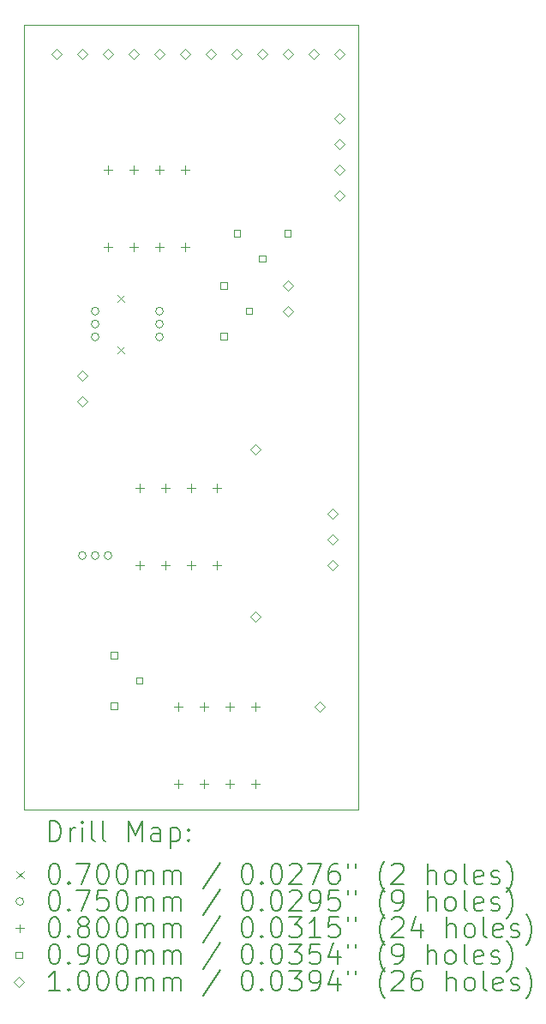
<source format=gbr>
%FSLAX45Y45*%
G04 Gerber Fmt 4.5, Leading zero omitted, Abs format (unit mm)*
G04 Created by KiCad (PCBNEW (6.0.5)) date 2023-02-14 12:10:40*
%MOMM*%
%LPD*%
G01*
G04 APERTURE LIST*
%TA.AperFunction,Profile*%
%ADD10C,0.100000*%
%TD*%
%ADD11C,0.200000*%
%ADD12C,0.070000*%
%ADD13C,0.075000*%
%ADD14C,0.080000*%
%ADD15C,0.090000*%
%ADD16C,0.100000*%
G04 APERTURE END LIST*
D10*
X10033000Y-13208000D02*
X10033000Y-5461000D01*
X10033000Y-5461000D02*
X13335000Y-5461000D01*
X13335000Y-13208000D02*
X10033000Y-13208000D01*
X13335000Y-5461000D02*
X13335000Y-13208000D01*
D11*
D12*
X10953750Y-8127000D02*
X11023750Y-8197000D01*
X11023750Y-8127000D02*
X10953750Y-8197000D01*
X10953750Y-8635000D02*
X11023750Y-8705000D01*
X11023750Y-8635000D02*
X10953750Y-8705000D01*
D13*
X10645250Y-10702000D02*
G75*
G03*
X10645250Y-10702000I-37500J0D01*
G01*
X10772250Y-8289000D02*
G75*
G03*
X10772250Y-8289000I-37500J0D01*
G01*
X10772250Y-8416000D02*
G75*
G03*
X10772250Y-8416000I-37500J0D01*
G01*
X10772250Y-8543000D02*
G75*
G03*
X10772250Y-8543000I-37500J0D01*
G01*
X10772250Y-10702000D02*
G75*
G03*
X10772250Y-10702000I-37500J0D01*
G01*
X10899250Y-10702000D02*
G75*
G03*
X10899250Y-10702000I-37500J0D01*
G01*
X11407250Y-8289000D02*
G75*
G03*
X11407250Y-8289000I-37500J0D01*
G01*
X11407250Y-8416000D02*
G75*
G03*
X11407250Y-8416000I-37500J0D01*
G01*
X11407250Y-8543000D02*
G75*
G03*
X11407250Y-8543000I-37500J0D01*
G01*
D14*
X10860750Y-6853000D02*
X10860750Y-6933000D01*
X10820750Y-6893000D02*
X10900750Y-6893000D01*
X10860750Y-7615000D02*
X10860750Y-7695000D01*
X10820750Y-7655000D02*
X10900750Y-7655000D01*
X11114750Y-6853000D02*
X11114750Y-6933000D01*
X11074750Y-6893000D02*
X11154750Y-6893000D01*
X11114750Y-7615000D02*
X11114750Y-7695000D01*
X11074750Y-7655000D02*
X11154750Y-7655000D01*
X11176000Y-9993000D02*
X11176000Y-10073000D01*
X11136000Y-10033000D02*
X11216000Y-10033000D01*
X11176000Y-10755000D02*
X11176000Y-10835000D01*
X11136000Y-10795000D02*
X11216000Y-10795000D01*
X11368750Y-6853000D02*
X11368750Y-6933000D01*
X11328750Y-6893000D02*
X11408750Y-6893000D01*
X11368750Y-7615000D02*
X11368750Y-7695000D01*
X11328750Y-7655000D02*
X11408750Y-7655000D01*
X11430000Y-9993000D02*
X11430000Y-10073000D01*
X11390000Y-10033000D02*
X11470000Y-10033000D01*
X11430000Y-10755000D02*
X11430000Y-10835000D01*
X11390000Y-10795000D02*
X11470000Y-10795000D01*
X11556000Y-12153000D02*
X11556000Y-12233000D01*
X11516000Y-12193000D02*
X11596000Y-12193000D01*
X11556000Y-12915000D02*
X11556000Y-12995000D01*
X11516000Y-12955000D02*
X11596000Y-12955000D01*
X11622750Y-6853000D02*
X11622750Y-6933000D01*
X11582750Y-6893000D02*
X11662750Y-6893000D01*
X11622750Y-7615000D02*
X11622750Y-7695000D01*
X11582750Y-7655000D02*
X11662750Y-7655000D01*
X11684000Y-9993000D02*
X11684000Y-10073000D01*
X11644000Y-10033000D02*
X11724000Y-10033000D01*
X11684000Y-10755000D02*
X11684000Y-10835000D01*
X11644000Y-10795000D02*
X11724000Y-10795000D01*
X11810000Y-12153000D02*
X11810000Y-12233000D01*
X11770000Y-12193000D02*
X11850000Y-12193000D01*
X11810000Y-12915000D02*
X11810000Y-12995000D01*
X11770000Y-12955000D02*
X11850000Y-12955000D01*
X11938000Y-9993000D02*
X11938000Y-10073000D01*
X11898000Y-10033000D02*
X11978000Y-10033000D01*
X11938000Y-10755000D02*
X11938000Y-10835000D01*
X11898000Y-10795000D02*
X11978000Y-10795000D01*
X12064000Y-12153000D02*
X12064000Y-12233000D01*
X12024000Y-12193000D02*
X12104000Y-12193000D01*
X12064000Y-12915000D02*
X12064000Y-12995000D01*
X12024000Y-12955000D02*
X12104000Y-12955000D01*
X12318000Y-12153000D02*
X12318000Y-12233000D01*
X12278000Y-12193000D02*
X12358000Y-12193000D01*
X12318000Y-12915000D02*
X12318000Y-12995000D01*
X12278000Y-12955000D02*
X12358000Y-12955000D01*
D15*
X10953820Y-11715820D02*
X10953820Y-11652180D01*
X10890180Y-11652180D01*
X10890180Y-11715820D01*
X10953820Y-11715820D01*
X10953820Y-12215820D02*
X10953820Y-12152180D01*
X10890180Y-12152180D01*
X10890180Y-12215820D01*
X10953820Y-12215820D01*
X11203820Y-11965820D02*
X11203820Y-11902180D01*
X11140180Y-11902180D01*
X11140180Y-11965820D01*
X11203820Y-11965820D01*
X12036570Y-8066820D02*
X12036570Y-8003180D01*
X11972930Y-8003180D01*
X11972930Y-8066820D01*
X12036570Y-8066820D01*
X12036570Y-8566820D02*
X12036570Y-8503180D01*
X11972930Y-8503180D01*
X11972930Y-8566820D01*
X12036570Y-8566820D01*
X12167570Y-7553320D02*
X12167570Y-7489680D01*
X12103930Y-7489680D01*
X12103930Y-7553320D01*
X12167570Y-7553320D01*
X12286570Y-8316820D02*
X12286570Y-8253180D01*
X12222930Y-8253180D01*
X12222930Y-8316820D01*
X12286570Y-8316820D01*
X12417570Y-7803320D02*
X12417570Y-7739680D01*
X12353930Y-7739680D01*
X12353930Y-7803320D01*
X12417570Y-7803320D01*
X12667570Y-7553320D02*
X12667570Y-7489680D01*
X12603930Y-7489680D01*
X12603930Y-7553320D01*
X12667570Y-7553320D01*
D16*
X10353750Y-5799000D02*
X10403750Y-5749000D01*
X10353750Y-5699000D01*
X10303750Y-5749000D01*
X10353750Y-5799000D01*
X10607750Y-5799000D02*
X10657750Y-5749000D01*
X10607750Y-5699000D01*
X10557750Y-5749000D01*
X10607750Y-5799000D01*
X10607750Y-8974000D02*
X10657750Y-8924000D01*
X10607750Y-8874000D01*
X10557750Y-8924000D01*
X10607750Y-8974000D01*
X10607750Y-9228000D02*
X10657750Y-9178000D01*
X10607750Y-9128000D01*
X10557750Y-9178000D01*
X10607750Y-9228000D01*
X10861750Y-5799000D02*
X10911750Y-5749000D01*
X10861750Y-5699000D01*
X10811750Y-5749000D01*
X10861750Y-5799000D01*
X11115750Y-5799000D02*
X11165750Y-5749000D01*
X11115750Y-5699000D01*
X11065750Y-5749000D01*
X11115750Y-5799000D01*
X11369750Y-5799000D02*
X11419750Y-5749000D01*
X11369750Y-5699000D01*
X11319750Y-5749000D01*
X11369750Y-5799000D01*
X11623750Y-5799000D02*
X11673750Y-5749000D01*
X11623750Y-5699000D01*
X11573750Y-5749000D01*
X11623750Y-5799000D01*
X11877750Y-5799000D02*
X11927750Y-5749000D01*
X11877750Y-5699000D01*
X11827750Y-5749000D01*
X11877750Y-5799000D01*
X12131750Y-5799000D02*
X12181750Y-5749000D01*
X12131750Y-5699000D01*
X12081750Y-5749000D01*
X12131750Y-5799000D01*
X12319000Y-9702000D02*
X12369000Y-9652000D01*
X12319000Y-9602000D01*
X12269000Y-9652000D01*
X12319000Y-9702000D01*
X12319000Y-11353000D02*
X12369000Y-11303000D01*
X12319000Y-11253000D01*
X12269000Y-11303000D01*
X12319000Y-11353000D01*
X12384750Y-5799000D02*
X12434750Y-5749000D01*
X12384750Y-5699000D01*
X12334750Y-5749000D01*
X12384750Y-5799000D01*
X12638750Y-5799000D02*
X12688750Y-5749000D01*
X12638750Y-5699000D01*
X12588750Y-5749000D01*
X12638750Y-5799000D01*
X12639750Y-8085000D02*
X12689750Y-8035000D01*
X12639750Y-7985000D01*
X12589750Y-8035000D01*
X12639750Y-8085000D01*
X12639750Y-8339000D02*
X12689750Y-8289000D01*
X12639750Y-8239000D01*
X12589750Y-8289000D01*
X12639750Y-8339000D01*
X12892750Y-5799000D02*
X12942750Y-5749000D01*
X12892750Y-5699000D01*
X12842750Y-5749000D01*
X12892750Y-5799000D01*
X12954000Y-12242000D02*
X13004000Y-12192000D01*
X12954000Y-12142000D01*
X12904000Y-12192000D01*
X12954000Y-12242000D01*
X13081000Y-10338000D02*
X13131000Y-10288000D01*
X13081000Y-10238000D01*
X13031000Y-10288000D01*
X13081000Y-10338000D01*
X13081000Y-10592000D02*
X13131000Y-10542000D01*
X13081000Y-10492000D01*
X13031000Y-10542000D01*
X13081000Y-10592000D01*
X13081000Y-10845000D02*
X13131000Y-10795000D01*
X13081000Y-10745000D01*
X13031000Y-10795000D01*
X13081000Y-10845000D01*
X13146750Y-5799000D02*
X13196750Y-5749000D01*
X13146750Y-5699000D01*
X13096750Y-5749000D01*
X13146750Y-5799000D01*
X13147750Y-6434000D02*
X13197750Y-6384000D01*
X13147750Y-6334000D01*
X13097750Y-6384000D01*
X13147750Y-6434000D01*
X13147750Y-6688000D02*
X13197750Y-6638000D01*
X13147750Y-6588000D01*
X13097750Y-6638000D01*
X13147750Y-6688000D01*
X13147750Y-6942000D02*
X13197750Y-6892000D01*
X13147750Y-6842000D01*
X13097750Y-6892000D01*
X13147750Y-6942000D01*
X13147750Y-7196000D02*
X13197750Y-7146000D01*
X13147750Y-7096000D01*
X13097750Y-7146000D01*
X13147750Y-7196000D01*
D11*
X10285619Y-13523476D02*
X10285619Y-13323476D01*
X10333238Y-13323476D01*
X10361810Y-13333000D01*
X10380857Y-13352048D01*
X10390381Y-13371095D01*
X10399905Y-13409190D01*
X10399905Y-13437762D01*
X10390381Y-13475857D01*
X10380857Y-13494905D01*
X10361810Y-13513952D01*
X10333238Y-13523476D01*
X10285619Y-13523476D01*
X10485619Y-13523476D02*
X10485619Y-13390143D01*
X10485619Y-13428238D02*
X10495143Y-13409190D01*
X10504667Y-13399667D01*
X10523714Y-13390143D01*
X10542762Y-13390143D01*
X10609429Y-13523476D02*
X10609429Y-13390143D01*
X10609429Y-13323476D02*
X10599905Y-13333000D01*
X10609429Y-13342524D01*
X10618952Y-13333000D01*
X10609429Y-13323476D01*
X10609429Y-13342524D01*
X10733238Y-13523476D02*
X10714190Y-13513952D01*
X10704667Y-13494905D01*
X10704667Y-13323476D01*
X10838000Y-13523476D02*
X10818952Y-13513952D01*
X10809429Y-13494905D01*
X10809429Y-13323476D01*
X11066571Y-13523476D02*
X11066571Y-13323476D01*
X11133238Y-13466333D01*
X11199905Y-13323476D01*
X11199905Y-13523476D01*
X11380857Y-13523476D02*
X11380857Y-13418714D01*
X11371333Y-13399667D01*
X11352286Y-13390143D01*
X11314190Y-13390143D01*
X11295143Y-13399667D01*
X11380857Y-13513952D02*
X11361809Y-13523476D01*
X11314190Y-13523476D01*
X11295143Y-13513952D01*
X11285619Y-13494905D01*
X11285619Y-13475857D01*
X11295143Y-13456809D01*
X11314190Y-13447286D01*
X11361809Y-13447286D01*
X11380857Y-13437762D01*
X11476095Y-13390143D02*
X11476095Y-13590143D01*
X11476095Y-13399667D02*
X11495143Y-13390143D01*
X11533238Y-13390143D01*
X11552286Y-13399667D01*
X11561809Y-13409190D01*
X11571333Y-13428238D01*
X11571333Y-13485381D01*
X11561809Y-13504428D01*
X11552286Y-13513952D01*
X11533238Y-13523476D01*
X11495143Y-13523476D01*
X11476095Y-13513952D01*
X11657048Y-13504428D02*
X11666571Y-13513952D01*
X11657048Y-13523476D01*
X11647524Y-13513952D01*
X11657048Y-13504428D01*
X11657048Y-13523476D01*
X11657048Y-13399667D02*
X11666571Y-13409190D01*
X11657048Y-13418714D01*
X11647524Y-13409190D01*
X11657048Y-13399667D01*
X11657048Y-13418714D01*
D12*
X9958000Y-13818000D02*
X10028000Y-13888000D01*
X10028000Y-13818000D02*
X9958000Y-13888000D01*
D11*
X10323714Y-13743476D02*
X10342762Y-13743476D01*
X10361810Y-13753000D01*
X10371333Y-13762524D01*
X10380857Y-13781571D01*
X10390381Y-13819667D01*
X10390381Y-13867286D01*
X10380857Y-13905381D01*
X10371333Y-13924428D01*
X10361810Y-13933952D01*
X10342762Y-13943476D01*
X10323714Y-13943476D01*
X10304667Y-13933952D01*
X10295143Y-13924428D01*
X10285619Y-13905381D01*
X10276095Y-13867286D01*
X10276095Y-13819667D01*
X10285619Y-13781571D01*
X10295143Y-13762524D01*
X10304667Y-13753000D01*
X10323714Y-13743476D01*
X10476095Y-13924428D02*
X10485619Y-13933952D01*
X10476095Y-13943476D01*
X10466571Y-13933952D01*
X10476095Y-13924428D01*
X10476095Y-13943476D01*
X10552286Y-13743476D02*
X10685619Y-13743476D01*
X10599905Y-13943476D01*
X10799905Y-13743476D02*
X10818952Y-13743476D01*
X10838000Y-13753000D01*
X10847524Y-13762524D01*
X10857048Y-13781571D01*
X10866571Y-13819667D01*
X10866571Y-13867286D01*
X10857048Y-13905381D01*
X10847524Y-13924428D01*
X10838000Y-13933952D01*
X10818952Y-13943476D01*
X10799905Y-13943476D01*
X10780857Y-13933952D01*
X10771333Y-13924428D01*
X10761810Y-13905381D01*
X10752286Y-13867286D01*
X10752286Y-13819667D01*
X10761810Y-13781571D01*
X10771333Y-13762524D01*
X10780857Y-13753000D01*
X10799905Y-13743476D01*
X10990381Y-13743476D02*
X11009429Y-13743476D01*
X11028476Y-13753000D01*
X11038000Y-13762524D01*
X11047524Y-13781571D01*
X11057048Y-13819667D01*
X11057048Y-13867286D01*
X11047524Y-13905381D01*
X11038000Y-13924428D01*
X11028476Y-13933952D01*
X11009429Y-13943476D01*
X10990381Y-13943476D01*
X10971333Y-13933952D01*
X10961810Y-13924428D01*
X10952286Y-13905381D01*
X10942762Y-13867286D01*
X10942762Y-13819667D01*
X10952286Y-13781571D01*
X10961810Y-13762524D01*
X10971333Y-13753000D01*
X10990381Y-13743476D01*
X11142762Y-13943476D02*
X11142762Y-13810143D01*
X11142762Y-13829190D02*
X11152286Y-13819667D01*
X11171333Y-13810143D01*
X11199905Y-13810143D01*
X11218952Y-13819667D01*
X11228476Y-13838714D01*
X11228476Y-13943476D01*
X11228476Y-13838714D02*
X11238000Y-13819667D01*
X11257048Y-13810143D01*
X11285619Y-13810143D01*
X11304667Y-13819667D01*
X11314190Y-13838714D01*
X11314190Y-13943476D01*
X11409428Y-13943476D02*
X11409428Y-13810143D01*
X11409428Y-13829190D02*
X11418952Y-13819667D01*
X11438000Y-13810143D01*
X11466571Y-13810143D01*
X11485619Y-13819667D01*
X11495143Y-13838714D01*
X11495143Y-13943476D01*
X11495143Y-13838714D02*
X11504667Y-13819667D01*
X11523714Y-13810143D01*
X11552286Y-13810143D01*
X11571333Y-13819667D01*
X11580857Y-13838714D01*
X11580857Y-13943476D01*
X11971333Y-13733952D02*
X11799905Y-13991095D01*
X12228476Y-13743476D02*
X12247524Y-13743476D01*
X12266571Y-13753000D01*
X12276095Y-13762524D01*
X12285619Y-13781571D01*
X12295143Y-13819667D01*
X12295143Y-13867286D01*
X12285619Y-13905381D01*
X12276095Y-13924428D01*
X12266571Y-13933952D01*
X12247524Y-13943476D01*
X12228476Y-13943476D01*
X12209428Y-13933952D01*
X12199905Y-13924428D01*
X12190381Y-13905381D01*
X12180857Y-13867286D01*
X12180857Y-13819667D01*
X12190381Y-13781571D01*
X12199905Y-13762524D01*
X12209428Y-13753000D01*
X12228476Y-13743476D01*
X12380857Y-13924428D02*
X12390381Y-13933952D01*
X12380857Y-13943476D01*
X12371333Y-13933952D01*
X12380857Y-13924428D01*
X12380857Y-13943476D01*
X12514190Y-13743476D02*
X12533238Y-13743476D01*
X12552286Y-13753000D01*
X12561809Y-13762524D01*
X12571333Y-13781571D01*
X12580857Y-13819667D01*
X12580857Y-13867286D01*
X12571333Y-13905381D01*
X12561809Y-13924428D01*
X12552286Y-13933952D01*
X12533238Y-13943476D01*
X12514190Y-13943476D01*
X12495143Y-13933952D01*
X12485619Y-13924428D01*
X12476095Y-13905381D01*
X12466571Y-13867286D01*
X12466571Y-13819667D01*
X12476095Y-13781571D01*
X12485619Y-13762524D01*
X12495143Y-13753000D01*
X12514190Y-13743476D01*
X12657048Y-13762524D02*
X12666571Y-13753000D01*
X12685619Y-13743476D01*
X12733238Y-13743476D01*
X12752286Y-13753000D01*
X12761809Y-13762524D01*
X12771333Y-13781571D01*
X12771333Y-13800619D01*
X12761809Y-13829190D01*
X12647524Y-13943476D01*
X12771333Y-13943476D01*
X12838000Y-13743476D02*
X12971333Y-13743476D01*
X12885619Y-13943476D01*
X13133238Y-13743476D02*
X13095143Y-13743476D01*
X13076095Y-13753000D01*
X13066571Y-13762524D01*
X13047524Y-13791095D01*
X13038000Y-13829190D01*
X13038000Y-13905381D01*
X13047524Y-13924428D01*
X13057048Y-13933952D01*
X13076095Y-13943476D01*
X13114190Y-13943476D01*
X13133238Y-13933952D01*
X13142762Y-13924428D01*
X13152286Y-13905381D01*
X13152286Y-13857762D01*
X13142762Y-13838714D01*
X13133238Y-13829190D01*
X13114190Y-13819667D01*
X13076095Y-13819667D01*
X13057048Y-13829190D01*
X13047524Y-13838714D01*
X13038000Y-13857762D01*
X13228476Y-13743476D02*
X13228476Y-13781571D01*
X13304667Y-13743476D02*
X13304667Y-13781571D01*
X13599905Y-14019667D02*
X13590381Y-14010143D01*
X13571333Y-13981571D01*
X13561809Y-13962524D01*
X13552286Y-13933952D01*
X13542762Y-13886333D01*
X13542762Y-13848238D01*
X13552286Y-13800619D01*
X13561809Y-13772048D01*
X13571333Y-13753000D01*
X13590381Y-13724428D01*
X13599905Y-13714905D01*
X13666571Y-13762524D02*
X13676095Y-13753000D01*
X13695143Y-13743476D01*
X13742762Y-13743476D01*
X13761809Y-13753000D01*
X13771333Y-13762524D01*
X13780857Y-13781571D01*
X13780857Y-13800619D01*
X13771333Y-13829190D01*
X13657048Y-13943476D01*
X13780857Y-13943476D01*
X14018952Y-13943476D02*
X14018952Y-13743476D01*
X14104667Y-13943476D02*
X14104667Y-13838714D01*
X14095143Y-13819667D01*
X14076095Y-13810143D01*
X14047524Y-13810143D01*
X14028476Y-13819667D01*
X14018952Y-13829190D01*
X14228476Y-13943476D02*
X14209428Y-13933952D01*
X14199905Y-13924428D01*
X14190381Y-13905381D01*
X14190381Y-13848238D01*
X14199905Y-13829190D01*
X14209428Y-13819667D01*
X14228476Y-13810143D01*
X14257048Y-13810143D01*
X14276095Y-13819667D01*
X14285619Y-13829190D01*
X14295143Y-13848238D01*
X14295143Y-13905381D01*
X14285619Y-13924428D01*
X14276095Y-13933952D01*
X14257048Y-13943476D01*
X14228476Y-13943476D01*
X14409428Y-13943476D02*
X14390381Y-13933952D01*
X14380857Y-13914905D01*
X14380857Y-13743476D01*
X14561809Y-13933952D02*
X14542762Y-13943476D01*
X14504667Y-13943476D01*
X14485619Y-13933952D01*
X14476095Y-13914905D01*
X14476095Y-13838714D01*
X14485619Y-13819667D01*
X14504667Y-13810143D01*
X14542762Y-13810143D01*
X14561809Y-13819667D01*
X14571333Y-13838714D01*
X14571333Y-13857762D01*
X14476095Y-13876809D01*
X14647524Y-13933952D02*
X14666571Y-13943476D01*
X14704667Y-13943476D01*
X14723714Y-13933952D01*
X14733238Y-13914905D01*
X14733238Y-13905381D01*
X14723714Y-13886333D01*
X14704667Y-13876809D01*
X14676095Y-13876809D01*
X14657048Y-13867286D01*
X14647524Y-13848238D01*
X14647524Y-13838714D01*
X14657048Y-13819667D01*
X14676095Y-13810143D01*
X14704667Y-13810143D01*
X14723714Y-13819667D01*
X14799905Y-14019667D02*
X14809428Y-14010143D01*
X14828476Y-13981571D01*
X14838000Y-13962524D01*
X14847524Y-13933952D01*
X14857048Y-13886333D01*
X14857048Y-13848238D01*
X14847524Y-13800619D01*
X14838000Y-13772048D01*
X14828476Y-13753000D01*
X14809428Y-13724428D01*
X14799905Y-13714905D01*
D13*
X10028000Y-14117000D02*
G75*
G03*
X10028000Y-14117000I-37500J0D01*
G01*
D11*
X10323714Y-14007476D02*
X10342762Y-14007476D01*
X10361810Y-14017000D01*
X10371333Y-14026524D01*
X10380857Y-14045571D01*
X10390381Y-14083667D01*
X10390381Y-14131286D01*
X10380857Y-14169381D01*
X10371333Y-14188428D01*
X10361810Y-14197952D01*
X10342762Y-14207476D01*
X10323714Y-14207476D01*
X10304667Y-14197952D01*
X10295143Y-14188428D01*
X10285619Y-14169381D01*
X10276095Y-14131286D01*
X10276095Y-14083667D01*
X10285619Y-14045571D01*
X10295143Y-14026524D01*
X10304667Y-14017000D01*
X10323714Y-14007476D01*
X10476095Y-14188428D02*
X10485619Y-14197952D01*
X10476095Y-14207476D01*
X10466571Y-14197952D01*
X10476095Y-14188428D01*
X10476095Y-14207476D01*
X10552286Y-14007476D02*
X10685619Y-14007476D01*
X10599905Y-14207476D01*
X10857048Y-14007476D02*
X10761810Y-14007476D01*
X10752286Y-14102714D01*
X10761810Y-14093190D01*
X10780857Y-14083667D01*
X10828476Y-14083667D01*
X10847524Y-14093190D01*
X10857048Y-14102714D01*
X10866571Y-14121762D01*
X10866571Y-14169381D01*
X10857048Y-14188428D01*
X10847524Y-14197952D01*
X10828476Y-14207476D01*
X10780857Y-14207476D01*
X10761810Y-14197952D01*
X10752286Y-14188428D01*
X10990381Y-14007476D02*
X11009429Y-14007476D01*
X11028476Y-14017000D01*
X11038000Y-14026524D01*
X11047524Y-14045571D01*
X11057048Y-14083667D01*
X11057048Y-14131286D01*
X11047524Y-14169381D01*
X11038000Y-14188428D01*
X11028476Y-14197952D01*
X11009429Y-14207476D01*
X10990381Y-14207476D01*
X10971333Y-14197952D01*
X10961810Y-14188428D01*
X10952286Y-14169381D01*
X10942762Y-14131286D01*
X10942762Y-14083667D01*
X10952286Y-14045571D01*
X10961810Y-14026524D01*
X10971333Y-14017000D01*
X10990381Y-14007476D01*
X11142762Y-14207476D02*
X11142762Y-14074143D01*
X11142762Y-14093190D02*
X11152286Y-14083667D01*
X11171333Y-14074143D01*
X11199905Y-14074143D01*
X11218952Y-14083667D01*
X11228476Y-14102714D01*
X11228476Y-14207476D01*
X11228476Y-14102714D02*
X11238000Y-14083667D01*
X11257048Y-14074143D01*
X11285619Y-14074143D01*
X11304667Y-14083667D01*
X11314190Y-14102714D01*
X11314190Y-14207476D01*
X11409428Y-14207476D02*
X11409428Y-14074143D01*
X11409428Y-14093190D02*
X11418952Y-14083667D01*
X11438000Y-14074143D01*
X11466571Y-14074143D01*
X11485619Y-14083667D01*
X11495143Y-14102714D01*
X11495143Y-14207476D01*
X11495143Y-14102714D02*
X11504667Y-14083667D01*
X11523714Y-14074143D01*
X11552286Y-14074143D01*
X11571333Y-14083667D01*
X11580857Y-14102714D01*
X11580857Y-14207476D01*
X11971333Y-13997952D02*
X11799905Y-14255095D01*
X12228476Y-14007476D02*
X12247524Y-14007476D01*
X12266571Y-14017000D01*
X12276095Y-14026524D01*
X12285619Y-14045571D01*
X12295143Y-14083667D01*
X12295143Y-14131286D01*
X12285619Y-14169381D01*
X12276095Y-14188428D01*
X12266571Y-14197952D01*
X12247524Y-14207476D01*
X12228476Y-14207476D01*
X12209428Y-14197952D01*
X12199905Y-14188428D01*
X12190381Y-14169381D01*
X12180857Y-14131286D01*
X12180857Y-14083667D01*
X12190381Y-14045571D01*
X12199905Y-14026524D01*
X12209428Y-14017000D01*
X12228476Y-14007476D01*
X12380857Y-14188428D02*
X12390381Y-14197952D01*
X12380857Y-14207476D01*
X12371333Y-14197952D01*
X12380857Y-14188428D01*
X12380857Y-14207476D01*
X12514190Y-14007476D02*
X12533238Y-14007476D01*
X12552286Y-14017000D01*
X12561809Y-14026524D01*
X12571333Y-14045571D01*
X12580857Y-14083667D01*
X12580857Y-14131286D01*
X12571333Y-14169381D01*
X12561809Y-14188428D01*
X12552286Y-14197952D01*
X12533238Y-14207476D01*
X12514190Y-14207476D01*
X12495143Y-14197952D01*
X12485619Y-14188428D01*
X12476095Y-14169381D01*
X12466571Y-14131286D01*
X12466571Y-14083667D01*
X12476095Y-14045571D01*
X12485619Y-14026524D01*
X12495143Y-14017000D01*
X12514190Y-14007476D01*
X12657048Y-14026524D02*
X12666571Y-14017000D01*
X12685619Y-14007476D01*
X12733238Y-14007476D01*
X12752286Y-14017000D01*
X12761809Y-14026524D01*
X12771333Y-14045571D01*
X12771333Y-14064619D01*
X12761809Y-14093190D01*
X12647524Y-14207476D01*
X12771333Y-14207476D01*
X12866571Y-14207476D02*
X12904667Y-14207476D01*
X12923714Y-14197952D01*
X12933238Y-14188428D01*
X12952286Y-14159857D01*
X12961809Y-14121762D01*
X12961809Y-14045571D01*
X12952286Y-14026524D01*
X12942762Y-14017000D01*
X12923714Y-14007476D01*
X12885619Y-14007476D01*
X12866571Y-14017000D01*
X12857048Y-14026524D01*
X12847524Y-14045571D01*
X12847524Y-14093190D01*
X12857048Y-14112238D01*
X12866571Y-14121762D01*
X12885619Y-14131286D01*
X12923714Y-14131286D01*
X12942762Y-14121762D01*
X12952286Y-14112238D01*
X12961809Y-14093190D01*
X13142762Y-14007476D02*
X13047524Y-14007476D01*
X13038000Y-14102714D01*
X13047524Y-14093190D01*
X13066571Y-14083667D01*
X13114190Y-14083667D01*
X13133238Y-14093190D01*
X13142762Y-14102714D01*
X13152286Y-14121762D01*
X13152286Y-14169381D01*
X13142762Y-14188428D01*
X13133238Y-14197952D01*
X13114190Y-14207476D01*
X13066571Y-14207476D01*
X13047524Y-14197952D01*
X13038000Y-14188428D01*
X13228476Y-14007476D02*
X13228476Y-14045571D01*
X13304667Y-14007476D02*
X13304667Y-14045571D01*
X13599905Y-14283667D02*
X13590381Y-14274143D01*
X13571333Y-14245571D01*
X13561809Y-14226524D01*
X13552286Y-14197952D01*
X13542762Y-14150333D01*
X13542762Y-14112238D01*
X13552286Y-14064619D01*
X13561809Y-14036048D01*
X13571333Y-14017000D01*
X13590381Y-13988428D01*
X13599905Y-13978905D01*
X13685619Y-14207476D02*
X13723714Y-14207476D01*
X13742762Y-14197952D01*
X13752286Y-14188428D01*
X13771333Y-14159857D01*
X13780857Y-14121762D01*
X13780857Y-14045571D01*
X13771333Y-14026524D01*
X13761809Y-14017000D01*
X13742762Y-14007476D01*
X13704667Y-14007476D01*
X13685619Y-14017000D01*
X13676095Y-14026524D01*
X13666571Y-14045571D01*
X13666571Y-14093190D01*
X13676095Y-14112238D01*
X13685619Y-14121762D01*
X13704667Y-14131286D01*
X13742762Y-14131286D01*
X13761809Y-14121762D01*
X13771333Y-14112238D01*
X13780857Y-14093190D01*
X14018952Y-14207476D02*
X14018952Y-14007476D01*
X14104667Y-14207476D02*
X14104667Y-14102714D01*
X14095143Y-14083667D01*
X14076095Y-14074143D01*
X14047524Y-14074143D01*
X14028476Y-14083667D01*
X14018952Y-14093190D01*
X14228476Y-14207476D02*
X14209428Y-14197952D01*
X14199905Y-14188428D01*
X14190381Y-14169381D01*
X14190381Y-14112238D01*
X14199905Y-14093190D01*
X14209428Y-14083667D01*
X14228476Y-14074143D01*
X14257048Y-14074143D01*
X14276095Y-14083667D01*
X14285619Y-14093190D01*
X14295143Y-14112238D01*
X14295143Y-14169381D01*
X14285619Y-14188428D01*
X14276095Y-14197952D01*
X14257048Y-14207476D01*
X14228476Y-14207476D01*
X14409428Y-14207476D02*
X14390381Y-14197952D01*
X14380857Y-14178905D01*
X14380857Y-14007476D01*
X14561809Y-14197952D02*
X14542762Y-14207476D01*
X14504667Y-14207476D01*
X14485619Y-14197952D01*
X14476095Y-14178905D01*
X14476095Y-14102714D01*
X14485619Y-14083667D01*
X14504667Y-14074143D01*
X14542762Y-14074143D01*
X14561809Y-14083667D01*
X14571333Y-14102714D01*
X14571333Y-14121762D01*
X14476095Y-14140809D01*
X14647524Y-14197952D02*
X14666571Y-14207476D01*
X14704667Y-14207476D01*
X14723714Y-14197952D01*
X14733238Y-14178905D01*
X14733238Y-14169381D01*
X14723714Y-14150333D01*
X14704667Y-14140809D01*
X14676095Y-14140809D01*
X14657048Y-14131286D01*
X14647524Y-14112238D01*
X14647524Y-14102714D01*
X14657048Y-14083667D01*
X14676095Y-14074143D01*
X14704667Y-14074143D01*
X14723714Y-14083667D01*
X14799905Y-14283667D02*
X14809428Y-14274143D01*
X14828476Y-14245571D01*
X14838000Y-14226524D01*
X14847524Y-14197952D01*
X14857048Y-14150333D01*
X14857048Y-14112238D01*
X14847524Y-14064619D01*
X14838000Y-14036048D01*
X14828476Y-14017000D01*
X14809428Y-13988428D01*
X14799905Y-13978905D01*
D14*
X9988000Y-14341000D02*
X9988000Y-14421000D01*
X9948000Y-14381000D02*
X10028000Y-14381000D01*
D11*
X10323714Y-14271476D02*
X10342762Y-14271476D01*
X10361810Y-14281000D01*
X10371333Y-14290524D01*
X10380857Y-14309571D01*
X10390381Y-14347667D01*
X10390381Y-14395286D01*
X10380857Y-14433381D01*
X10371333Y-14452428D01*
X10361810Y-14461952D01*
X10342762Y-14471476D01*
X10323714Y-14471476D01*
X10304667Y-14461952D01*
X10295143Y-14452428D01*
X10285619Y-14433381D01*
X10276095Y-14395286D01*
X10276095Y-14347667D01*
X10285619Y-14309571D01*
X10295143Y-14290524D01*
X10304667Y-14281000D01*
X10323714Y-14271476D01*
X10476095Y-14452428D02*
X10485619Y-14461952D01*
X10476095Y-14471476D01*
X10466571Y-14461952D01*
X10476095Y-14452428D01*
X10476095Y-14471476D01*
X10599905Y-14357190D02*
X10580857Y-14347667D01*
X10571333Y-14338143D01*
X10561810Y-14319095D01*
X10561810Y-14309571D01*
X10571333Y-14290524D01*
X10580857Y-14281000D01*
X10599905Y-14271476D01*
X10638000Y-14271476D01*
X10657048Y-14281000D01*
X10666571Y-14290524D01*
X10676095Y-14309571D01*
X10676095Y-14319095D01*
X10666571Y-14338143D01*
X10657048Y-14347667D01*
X10638000Y-14357190D01*
X10599905Y-14357190D01*
X10580857Y-14366714D01*
X10571333Y-14376238D01*
X10561810Y-14395286D01*
X10561810Y-14433381D01*
X10571333Y-14452428D01*
X10580857Y-14461952D01*
X10599905Y-14471476D01*
X10638000Y-14471476D01*
X10657048Y-14461952D01*
X10666571Y-14452428D01*
X10676095Y-14433381D01*
X10676095Y-14395286D01*
X10666571Y-14376238D01*
X10657048Y-14366714D01*
X10638000Y-14357190D01*
X10799905Y-14271476D02*
X10818952Y-14271476D01*
X10838000Y-14281000D01*
X10847524Y-14290524D01*
X10857048Y-14309571D01*
X10866571Y-14347667D01*
X10866571Y-14395286D01*
X10857048Y-14433381D01*
X10847524Y-14452428D01*
X10838000Y-14461952D01*
X10818952Y-14471476D01*
X10799905Y-14471476D01*
X10780857Y-14461952D01*
X10771333Y-14452428D01*
X10761810Y-14433381D01*
X10752286Y-14395286D01*
X10752286Y-14347667D01*
X10761810Y-14309571D01*
X10771333Y-14290524D01*
X10780857Y-14281000D01*
X10799905Y-14271476D01*
X10990381Y-14271476D02*
X11009429Y-14271476D01*
X11028476Y-14281000D01*
X11038000Y-14290524D01*
X11047524Y-14309571D01*
X11057048Y-14347667D01*
X11057048Y-14395286D01*
X11047524Y-14433381D01*
X11038000Y-14452428D01*
X11028476Y-14461952D01*
X11009429Y-14471476D01*
X10990381Y-14471476D01*
X10971333Y-14461952D01*
X10961810Y-14452428D01*
X10952286Y-14433381D01*
X10942762Y-14395286D01*
X10942762Y-14347667D01*
X10952286Y-14309571D01*
X10961810Y-14290524D01*
X10971333Y-14281000D01*
X10990381Y-14271476D01*
X11142762Y-14471476D02*
X11142762Y-14338143D01*
X11142762Y-14357190D02*
X11152286Y-14347667D01*
X11171333Y-14338143D01*
X11199905Y-14338143D01*
X11218952Y-14347667D01*
X11228476Y-14366714D01*
X11228476Y-14471476D01*
X11228476Y-14366714D02*
X11238000Y-14347667D01*
X11257048Y-14338143D01*
X11285619Y-14338143D01*
X11304667Y-14347667D01*
X11314190Y-14366714D01*
X11314190Y-14471476D01*
X11409428Y-14471476D02*
X11409428Y-14338143D01*
X11409428Y-14357190D02*
X11418952Y-14347667D01*
X11438000Y-14338143D01*
X11466571Y-14338143D01*
X11485619Y-14347667D01*
X11495143Y-14366714D01*
X11495143Y-14471476D01*
X11495143Y-14366714D02*
X11504667Y-14347667D01*
X11523714Y-14338143D01*
X11552286Y-14338143D01*
X11571333Y-14347667D01*
X11580857Y-14366714D01*
X11580857Y-14471476D01*
X11971333Y-14261952D02*
X11799905Y-14519095D01*
X12228476Y-14271476D02*
X12247524Y-14271476D01*
X12266571Y-14281000D01*
X12276095Y-14290524D01*
X12285619Y-14309571D01*
X12295143Y-14347667D01*
X12295143Y-14395286D01*
X12285619Y-14433381D01*
X12276095Y-14452428D01*
X12266571Y-14461952D01*
X12247524Y-14471476D01*
X12228476Y-14471476D01*
X12209428Y-14461952D01*
X12199905Y-14452428D01*
X12190381Y-14433381D01*
X12180857Y-14395286D01*
X12180857Y-14347667D01*
X12190381Y-14309571D01*
X12199905Y-14290524D01*
X12209428Y-14281000D01*
X12228476Y-14271476D01*
X12380857Y-14452428D02*
X12390381Y-14461952D01*
X12380857Y-14471476D01*
X12371333Y-14461952D01*
X12380857Y-14452428D01*
X12380857Y-14471476D01*
X12514190Y-14271476D02*
X12533238Y-14271476D01*
X12552286Y-14281000D01*
X12561809Y-14290524D01*
X12571333Y-14309571D01*
X12580857Y-14347667D01*
X12580857Y-14395286D01*
X12571333Y-14433381D01*
X12561809Y-14452428D01*
X12552286Y-14461952D01*
X12533238Y-14471476D01*
X12514190Y-14471476D01*
X12495143Y-14461952D01*
X12485619Y-14452428D01*
X12476095Y-14433381D01*
X12466571Y-14395286D01*
X12466571Y-14347667D01*
X12476095Y-14309571D01*
X12485619Y-14290524D01*
X12495143Y-14281000D01*
X12514190Y-14271476D01*
X12647524Y-14271476D02*
X12771333Y-14271476D01*
X12704667Y-14347667D01*
X12733238Y-14347667D01*
X12752286Y-14357190D01*
X12761809Y-14366714D01*
X12771333Y-14385762D01*
X12771333Y-14433381D01*
X12761809Y-14452428D01*
X12752286Y-14461952D01*
X12733238Y-14471476D01*
X12676095Y-14471476D01*
X12657048Y-14461952D01*
X12647524Y-14452428D01*
X12961809Y-14471476D02*
X12847524Y-14471476D01*
X12904667Y-14471476D02*
X12904667Y-14271476D01*
X12885619Y-14300048D01*
X12866571Y-14319095D01*
X12847524Y-14328619D01*
X13142762Y-14271476D02*
X13047524Y-14271476D01*
X13038000Y-14366714D01*
X13047524Y-14357190D01*
X13066571Y-14347667D01*
X13114190Y-14347667D01*
X13133238Y-14357190D01*
X13142762Y-14366714D01*
X13152286Y-14385762D01*
X13152286Y-14433381D01*
X13142762Y-14452428D01*
X13133238Y-14461952D01*
X13114190Y-14471476D01*
X13066571Y-14471476D01*
X13047524Y-14461952D01*
X13038000Y-14452428D01*
X13228476Y-14271476D02*
X13228476Y-14309571D01*
X13304667Y-14271476D02*
X13304667Y-14309571D01*
X13599905Y-14547667D02*
X13590381Y-14538143D01*
X13571333Y-14509571D01*
X13561809Y-14490524D01*
X13552286Y-14461952D01*
X13542762Y-14414333D01*
X13542762Y-14376238D01*
X13552286Y-14328619D01*
X13561809Y-14300048D01*
X13571333Y-14281000D01*
X13590381Y-14252428D01*
X13599905Y-14242905D01*
X13666571Y-14290524D02*
X13676095Y-14281000D01*
X13695143Y-14271476D01*
X13742762Y-14271476D01*
X13761809Y-14281000D01*
X13771333Y-14290524D01*
X13780857Y-14309571D01*
X13780857Y-14328619D01*
X13771333Y-14357190D01*
X13657048Y-14471476D01*
X13780857Y-14471476D01*
X13952286Y-14338143D02*
X13952286Y-14471476D01*
X13904667Y-14261952D02*
X13857048Y-14404809D01*
X13980857Y-14404809D01*
X14209428Y-14471476D02*
X14209428Y-14271476D01*
X14295143Y-14471476D02*
X14295143Y-14366714D01*
X14285619Y-14347667D01*
X14266571Y-14338143D01*
X14238000Y-14338143D01*
X14218952Y-14347667D01*
X14209428Y-14357190D01*
X14418952Y-14471476D02*
X14399905Y-14461952D01*
X14390381Y-14452428D01*
X14380857Y-14433381D01*
X14380857Y-14376238D01*
X14390381Y-14357190D01*
X14399905Y-14347667D01*
X14418952Y-14338143D01*
X14447524Y-14338143D01*
X14466571Y-14347667D01*
X14476095Y-14357190D01*
X14485619Y-14376238D01*
X14485619Y-14433381D01*
X14476095Y-14452428D01*
X14466571Y-14461952D01*
X14447524Y-14471476D01*
X14418952Y-14471476D01*
X14599905Y-14471476D02*
X14580857Y-14461952D01*
X14571333Y-14442905D01*
X14571333Y-14271476D01*
X14752286Y-14461952D02*
X14733238Y-14471476D01*
X14695143Y-14471476D01*
X14676095Y-14461952D01*
X14666571Y-14442905D01*
X14666571Y-14366714D01*
X14676095Y-14347667D01*
X14695143Y-14338143D01*
X14733238Y-14338143D01*
X14752286Y-14347667D01*
X14761809Y-14366714D01*
X14761809Y-14385762D01*
X14666571Y-14404809D01*
X14838000Y-14461952D02*
X14857048Y-14471476D01*
X14895143Y-14471476D01*
X14914190Y-14461952D01*
X14923714Y-14442905D01*
X14923714Y-14433381D01*
X14914190Y-14414333D01*
X14895143Y-14404809D01*
X14866571Y-14404809D01*
X14847524Y-14395286D01*
X14838000Y-14376238D01*
X14838000Y-14366714D01*
X14847524Y-14347667D01*
X14866571Y-14338143D01*
X14895143Y-14338143D01*
X14914190Y-14347667D01*
X14990381Y-14547667D02*
X14999905Y-14538143D01*
X15018952Y-14509571D01*
X15028476Y-14490524D01*
X15038000Y-14461952D01*
X15047524Y-14414333D01*
X15047524Y-14376238D01*
X15038000Y-14328619D01*
X15028476Y-14300048D01*
X15018952Y-14281000D01*
X14999905Y-14252428D01*
X14990381Y-14242905D01*
D15*
X10014820Y-14676820D02*
X10014820Y-14613180D01*
X9951180Y-14613180D01*
X9951180Y-14676820D01*
X10014820Y-14676820D01*
D11*
X10323714Y-14535476D02*
X10342762Y-14535476D01*
X10361810Y-14545000D01*
X10371333Y-14554524D01*
X10380857Y-14573571D01*
X10390381Y-14611667D01*
X10390381Y-14659286D01*
X10380857Y-14697381D01*
X10371333Y-14716428D01*
X10361810Y-14725952D01*
X10342762Y-14735476D01*
X10323714Y-14735476D01*
X10304667Y-14725952D01*
X10295143Y-14716428D01*
X10285619Y-14697381D01*
X10276095Y-14659286D01*
X10276095Y-14611667D01*
X10285619Y-14573571D01*
X10295143Y-14554524D01*
X10304667Y-14545000D01*
X10323714Y-14535476D01*
X10476095Y-14716428D02*
X10485619Y-14725952D01*
X10476095Y-14735476D01*
X10466571Y-14725952D01*
X10476095Y-14716428D01*
X10476095Y-14735476D01*
X10580857Y-14735476D02*
X10618952Y-14735476D01*
X10638000Y-14725952D01*
X10647524Y-14716428D01*
X10666571Y-14687857D01*
X10676095Y-14649762D01*
X10676095Y-14573571D01*
X10666571Y-14554524D01*
X10657048Y-14545000D01*
X10638000Y-14535476D01*
X10599905Y-14535476D01*
X10580857Y-14545000D01*
X10571333Y-14554524D01*
X10561810Y-14573571D01*
X10561810Y-14621190D01*
X10571333Y-14640238D01*
X10580857Y-14649762D01*
X10599905Y-14659286D01*
X10638000Y-14659286D01*
X10657048Y-14649762D01*
X10666571Y-14640238D01*
X10676095Y-14621190D01*
X10799905Y-14535476D02*
X10818952Y-14535476D01*
X10838000Y-14545000D01*
X10847524Y-14554524D01*
X10857048Y-14573571D01*
X10866571Y-14611667D01*
X10866571Y-14659286D01*
X10857048Y-14697381D01*
X10847524Y-14716428D01*
X10838000Y-14725952D01*
X10818952Y-14735476D01*
X10799905Y-14735476D01*
X10780857Y-14725952D01*
X10771333Y-14716428D01*
X10761810Y-14697381D01*
X10752286Y-14659286D01*
X10752286Y-14611667D01*
X10761810Y-14573571D01*
X10771333Y-14554524D01*
X10780857Y-14545000D01*
X10799905Y-14535476D01*
X10990381Y-14535476D02*
X11009429Y-14535476D01*
X11028476Y-14545000D01*
X11038000Y-14554524D01*
X11047524Y-14573571D01*
X11057048Y-14611667D01*
X11057048Y-14659286D01*
X11047524Y-14697381D01*
X11038000Y-14716428D01*
X11028476Y-14725952D01*
X11009429Y-14735476D01*
X10990381Y-14735476D01*
X10971333Y-14725952D01*
X10961810Y-14716428D01*
X10952286Y-14697381D01*
X10942762Y-14659286D01*
X10942762Y-14611667D01*
X10952286Y-14573571D01*
X10961810Y-14554524D01*
X10971333Y-14545000D01*
X10990381Y-14535476D01*
X11142762Y-14735476D02*
X11142762Y-14602143D01*
X11142762Y-14621190D02*
X11152286Y-14611667D01*
X11171333Y-14602143D01*
X11199905Y-14602143D01*
X11218952Y-14611667D01*
X11228476Y-14630714D01*
X11228476Y-14735476D01*
X11228476Y-14630714D02*
X11238000Y-14611667D01*
X11257048Y-14602143D01*
X11285619Y-14602143D01*
X11304667Y-14611667D01*
X11314190Y-14630714D01*
X11314190Y-14735476D01*
X11409428Y-14735476D02*
X11409428Y-14602143D01*
X11409428Y-14621190D02*
X11418952Y-14611667D01*
X11438000Y-14602143D01*
X11466571Y-14602143D01*
X11485619Y-14611667D01*
X11495143Y-14630714D01*
X11495143Y-14735476D01*
X11495143Y-14630714D02*
X11504667Y-14611667D01*
X11523714Y-14602143D01*
X11552286Y-14602143D01*
X11571333Y-14611667D01*
X11580857Y-14630714D01*
X11580857Y-14735476D01*
X11971333Y-14525952D02*
X11799905Y-14783095D01*
X12228476Y-14535476D02*
X12247524Y-14535476D01*
X12266571Y-14545000D01*
X12276095Y-14554524D01*
X12285619Y-14573571D01*
X12295143Y-14611667D01*
X12295143Y-14659286D01*
X12285619Y-14697381D01*
X12276095Y-14716428D01*
X12266571Y-14725952D01*
X12247524Y-14735476D01*
X12228476Y-14735476D01*
X12209428Y-14725952D01*
X12199905Y-14716428D01*
X12190381Y-14697381D01*
X12180857Y-14659286D01*
X12180857Y-14611667D01*
X12190381Y-14573571D01*
X12199905Y-14554524D01*
X12209428Y-14545000D01*
X12228476Y-14535476D01*
X12380857Y-14716428D02*
X12390381Y-14725952D01*
X12380857Y-14735476D01*
X12371333Y-14725952D01*
X12380857Y-14716428D01*
X12380857Y-14735476D01*
X12514190Y-14535476D02*
X12533238Y-14535476D01*
X12552286Y-14545000D01*
X12561809Y-14554524D01*
X12571333Y-14573571D01*
X12580857Y-14611667D01*
X12580857Y-14659286D01*
X12571333Y-14697381D01*
X12561809Y-14716428D01*
X12552286Y-14725952D01*
X12533238Y-14735476D01*
X12514190Y-14735476D01*
X12495143Y-14725952D01*
X12485619Y-14716428D01*
X12476095Y-14697381D01*
X12466571Y-14659286D01*
X12466571Y-14611667D01*
X12476095Y-14573571D01*
X12485619Y-14554524D01*
X12495143Y-14545000D01*
X12514190Y-14535476D01*
X12647524Y-14535476D02*
X12771333Y-14535476D01*
X12704667Y-14611667D01*
X12733238Y-14611667D01*
X12752286Y-14621190D01*
X12761809Y-14630714D01*
X12771333Y-14649762D01*
X12771333Y-14697381D01*
X12761809Y-14716428D01*
X12752286Y-14725952D01*
X12733238Y-14735476D01*
X12676095Y-14735476D01*
X12657048Y-14725952D01*
X12647524Y-14716428D01*
X12952286Y-14535476D02*
X12857048Y-14535476D01*
X12847524Y-14630714D01*
X12857048Y-14621190D01*
X12876095Y-14611667D01*
X12923714Y-14611667D01*
X12942762Y-14621190D01*
X12952286Y-14630714D01*
X12961809Y-14649762D01*
X12961809Y-14697381D01*
X12952286Y-14716428D01*
X12942762Y-14725952D01*
X12923714Y-14735476D01*
X12876095Y-14735476D01*
X12857048Y-14725952D01*
X12847524Y-14716428D01*
X13133238Y-14602143D02*
X13133238Y-14735476D01*
X13085619Y-14525952D02*
X13038000Y-14668809D01*
X13161809Y-14668809D01*
X13228476Y-14535476D02*
X13228476Y-14573571D01*
X13304667Y-14535476D02*
X13304667Y-14573571D01*
X13599905Y-14811667D02*
X13590381Y-14802143D01*
X13571333Y-14773571D01*
X13561809Y-14754524D01*
X13552286Y-14725952D01*
X13542762Y-14678333D01*
X13542762Y-14640238D01*
X13552286Y-14592619D01*
X13561809Y-14564048D01*
X13571333Y-14545000D01*
X13590381Y-14516428D01*
X13599905Y-14506905D01*
X13685619Y-14735476D02*
X13723714Y-14735476D01*
X13742762Y-14725952D01*
X13752286Y-14716428D01*
X13771333Y-14687857D01*
X13780857Y-14649762D01*
X13780857Y-14573571D01*
X13771333Y-14554524D01*
X13761809Y-14545000D01*
X13742762Y-14535476D01*
X13704667Y-14535476D01*
X13685619Y-14545000D01*
X13676095Y-14554524D01*
X13666571Y-14573571D01*
X13666571Y-14621190D01*
X13676095Y-14640238D01*
X13685619Y-14649762D01*
X13704667Y-14659286D01*
X13742762Y-14659286D01*
X13761809Y-14649762D01*
X13771333Y-14640238D01*
X13780857Y-14621190D01*
X14018952Y-14735476D02*
X14018952Y-14535476D01*
X14104667Y-14735476D02*
X14104667Y-14630714D01*
X14095143Y-14611667D01*
X14076095Y-14602143D01*
X14047524Y-14602143D01*
X14028476Y-14611667D01*
X14018952Y-14621190D01*
X14228476Y-14735476D02*
X14209428Y-14725952D01*
X14199905Y-14716428D01*
X14190381Y-14697381D01*
X14190381Y-14640238D01*
X14199905Y-14621190D01*
X14209428Y-14611667D01*
X14228476Y-14602143D01*
X14257048Y-14602143D01*
X14276095Y-14611667D01*
X14285619Y-14621190D01*
X14295143Y-14640238D01*
X14295143Y-14697381D01*
X14285619Y-14716428D01*
X14276095Y-14725952D01*
X14257048Y-14735476D01*
X14228476Y-14735476D01*
X14409428Y-14735476D02*
X14390381Y-14725952D01*
X14380857Y-14706905D01*
X14380857Y-14535476D01*
X14561809Y-14725952D02*
X14542762Y-14735476D01*
X14504667Y-14735476D01*
X14485619Y-14725952D01*
X14476095Y-14706905D01*
X14476095Y-14630714D01*
X14485619Y-14611667D01*
X14504667Y-14602143D01*
X14542762Y-14602143D01*
X14561809Y-14611667D01*
X14571333Y-14630714D01*
X14571333Y-14649762D01*
X14476095Y-14668809D01*
X14647524Y-14725952D02*
X14666571Y-14735476D01*
X14704667Y-14735476D01*
X14723714Y-14725952D01*
X14733238Y-14706905D01*
X14733238Y-14697381D01*
X14723714Y-14678333D01*
X14704667Y-14668809D01*
X14676095Y-14668809D01*
X14657048Y-14659286D01*
X14647524Y-14640238D01*
X14647524Y-14630714D01*
X14657048Y-14611667D01*
X14676095Y-14602143D01*
X14704667Y-14602143D01*
X14723714Y-14611667D01*
X14799905Y-14811667D02*
X14809428Y-14802143D01*
X14828476Y-14773571D01*
X14838000Y-14754524D01*
X14847524Y-14725952D01*
X14857048Y-14678333D01*
X14857048Y-14640238D01*
X14847524Y-14592619D01*
X14838000Y-14564048D01*
X14828476Y-14545000D01*
X14809428Y-14516428D01*
X14799905Y-14506905D01*
D16*
X9978000Y-14959000D02*
X10028000Y-14909000D01*
X9978000Y-14859000D01*
X9928000Y-14909000D01*
X9978000Y-14959000D01*
D11*
X10390381Y-14999476D02*
X10276095Y-14999476D01*
X10333238Y-14999476D02*
X10333238Y-14799476D01*
X10314190Y-14828048D01*
X10295143Y-14847095D01*
X10276095Y-14856619D01*
X10476095Y-14980428D02*
X10485619Y-14989952D01*
X10476095Y-14999476D01*
X10466571Y-14989952D01*
X10476095Y-14980428D01*
X10476095Y-14999476D01*
X10609429Y-14799476D02*
X10628476Y-14799476D01*
X10647524Y-14809000D01*
X10657048Y-14818524D01*
X10666571Y-14837571D01*
X10676095Y-14875667D01*
X10676095Y-14923286D01*
X10666571Y-14961381D01*
X10657048Y-14980428D01*
X10647524Y-14989952D01*
X10628476Y-14999476D01*
X10609429Y-14999476D01*
X10590381Y-14989952D01*
X10580857Y-14980428D01*
X10571333Y-14961381D01*
X10561810Y-14923286D01*
X10561810Y-14875667D01*
X10571333Y-14837571D01*
X10580857Y-14818524D01*
X10590381Y-14809000D01*
X10609429Y-14799476D01*
X10799905Y-14799476D02*
X10818952Y-14799476D01*
X10838000Y-14809000D01*
X10847524Y-14818524D01*
X10857048Y-14837571D01*
X10866571Y-14875667D01*
X10866571Y-14923286D01*
X10857048Y-14961381D01*
X10847524Y-14980428D01*
X10838000Y-14989952D01*
X10818952Y-14999476D01*
X10799905Y-14999476D01*
X10780857Y-14989952D01*
X10771333Y-14980428D01*
X10761810Y-14961381D01*
X10752286Y-14923286D01*
X10752286Y-14875667D01*
X10761810Y-14837571D01*
X10771333Y-14818524D01*
X10780857Y-14809000D01*
X10799905Y-14799476D01*
X10990381Y-14799476D02*
X11009429Y-14799476D01*
X11028476Y-14809000D01*
X11038000Y-14818524D01*
X11047524Y-14837571D01*
X11057048Y-14875667D01*
X11057048Y-14923286D01*
X11047524Y-14961381D01*
X11038000Y-14980428D01*
X11028476Y-14989952D01*
X11009429Y-14999476D01*
X10990381Y-14999476D01*
X10971333Y-14989952D01*
X10961810Y-14980428D01*
X10952286Y-14961381D01*
X10942762Y-14923286D01*
X10942762Y-14875667D01*
X10952286Y-14837571D01*
X10961810Y-14818524D01*
X10971333Y-14809000D01*
X10990381Y-14799476D01*
X11142762Y-14999476D02*
X11142762Y-14866143D01*
X11142762Y-14885190D02*
X11152286Y-14875667D01*
X11171333Y-14866143D01*
X11199905Y-14866143D01*
X11218952Y-14875667D01*
X11228476Y-14894714D01*
X11228476Y-14999476D01*
X11228476Y-14894714D02*
X11238000Y-14875667D01*
X11257048Y-14866143D01*
X11285619Y-14866143D01*
X11304667Y-14875667D01*
X11314190Y-14894714D01*
X11314190Y-14999476D01*
X11409428Y-14999476D02*
X11409428Y-14866143D01*
X11409428Y-14885190D02*
X11418952Y-14875667D01*
X11438000Y-14866143D01*
X11466571Y-14866143D01*
X11485619Y-14875667D01*
X11495143Y-14894714D01*
X11495143Y-14999476D01*
X11495143Y-14894714D02*
X11504667Y-14875667D01*
X11523714Y-14866143D01*
X11552286Y-14866143D01*
X11571333Y-14875667D01*
X11580857Y-14894714D01*
X11580857Y-14999476D01*
X11971333Y-14789952D02*
X11799905Y-15047095D01*
X12228476Y-14799476D02*
X12247524Y-14799476D01*
X12266571Y-14809000D01*
X12276095Y-14818524D01*
X12285619Y-14837571D01*
X12295143Y-14875667D01*
X12295143Y-14923286D01*
X12285619Y-14961381D01*
X12276095Y-14980428D01*
X12266571Y-14989952D01*
X12247524Y-14999476D01*
X12228476Y-14999476D01*
X12209428Y-14989952D01*
X12199905Y-14980428D01*
X12190381Y-14961381D01*
X12180857Y-14923286D01*
X12180857Y-14875667D01*
X12190381Y-14837571D01*
X12199905Y-14818524D01*
X12209428Y-14809000D01*
X12228476Y-14799476D01*
X12380857Y-14980428D02*
X12390381Y-14989952D01*
X12380857Y-14999476D01*
X12371333Y-14989952D01*
X12380857Y-14980428D01*
X12380857Y-14999476D01*
X12514190Y-14799476D02*
X12533238Y-14799476D01*
X12552286Y-14809000D01*
X12561809Y-14818524D01*
X12571333Y-14837571D01*
X12580857Y-14875667D01*
X12580857Y-14923286D01*
X12571333Y-14961381D01*
X12561809Y-14980428D01*
X12552286Y-14989952D01*
X12533238Y-14999476D01*
X12514190Y-14999476D01*
X12495143Y-14989952D01*
X12485619Y-14980428D01*
X12476095Y-14961381D01*
X12466571Y-14923286D01*
X12466571Y-14875667D01*
X12476095Y-14837571D01*
X12485619Y-14818524D01*
X12495143Y-14809000D01*
X12514190Y-14799476D01*
X12647524Y-14799476D02*
X12771333Y-14799476D01*
X12704667Y-14875667D01*
X12733238Y-14875667D01*
X12752286Y-14885190D01*
X12761809Y-14894714D01*
X12771333Y-14913762D01*
X12771333Y-14961381D01*
X12761809Y-14980428D01*
X12752286Y-14989952D01*
X12733238Y-14999476D01*
X12676095Y-14999476D01*
X12657048Y-14989952D01*
X12647524Y-14980428D01*
X12866571Y-14999476D02*
X12904667Y-14999476D01*
X12923714Y-14989952D01*
X12933238Y-14980428D01*
X12952286Y-14951857D01*
X12961809Y-14913762D01*
X12961809Y-14837571D01*
X12952286Y-14818524D01*
X12942762Y-14809000D01*
X12923714Y-14799476D01*
X12885619Y-14799476D01*
X12866571Y-14809000D01*
X12857048Y-14818524D01*
X12847524Y-14837571D01*
X12847524Y-14885190D01*
X12857048Y-14904238D01*
X12866571Y-14913762D01*
X12885619Y-14923286D01*
X12923714Y-14923286D01*
X12942762Y-14913762D01*
X12952286Y-14904238D01*
X12961809Y-14885190D01*
X13133238Y-14866143D02*
X13133238Y-14999476D01*
X13085619Y-14789952D02*
X13038000Y-14932809D01*
X13161809Y-14932809D01*
X13228476Y-14799476D02*
X13228476Y-14837571D01*
X13304667Y-14799476D02*
X13304667Y-14837571D01*
X13599905Y-15075667D02*
X13590381Y-15066143D01*
X13571333Y-15037571D01*
X13561809Y-15018524D01*
X13552286Y-14989952D01*
X13542762Y-14942333D01*
X13542762Y-14904238D01*
X13552286Y-14856619D01*
X13561809Y-14828048D01*
X13571333Y-14809000D01*
X13590381Y-14780428D01*
X13599905Y-14770905D01*
X13666571Y-14818524D02*
X13676095Y-14809000D01*
X13695143Y-14799476D01*
X13742762Y-14799476D01*
X13761809Y-14809000D01*
X13771333Y-14818524D01*
X13780857Y-14837571D01*
X13780857Y-14856619D01*
X13771333Y-14885190D01*
X13657048Y-14999476D01*
X13780857Y-14999476D01*
X13952286Y-14799476D02*
X13914190Y-14799476D01*
X13895143Y-14809000D01*
X13885619Y-14818524D01*
X13866571Y-14847095D01*
X13857048Y-14885190D01*
X13857048Y-14961381D01*
X13866571Y-14980428D01*
X13876095Y-14989952D01*
X13895143Y-14999476D01*
X13933238Y-14999476D01*
X13952286Y-14989952D01*
X13961809Y-14980428D01*
X13971333Y-14961381D01*
X13971333Y-14913762D01*
X13961809Y-14894714D01*
X13952286Y-14885190D01*
X13933238Y-14875667D01*
X13895143Y-14875667D01*
X13876095Y-14885190D01*
X13866571Y-14894714D01*
X13857048Y-14913762D01*
X14209428Y-14999476D02*
X14209428Y-14799476D01*
X14295143Y-14999476D02*
X14295143Y-14894714D01*
X14285619Y-14875667D01*
X14266571Y-14866143D01*
X14238000Y-14866143D01*
X14218952Y-14875667D01*
X14209428Y-14885190D01*
X14418952Y-14999476D02*
X14399905Y-14989952D01*
X14390381Y-14980428D01*
X14380857Y-14961381D01*
X14380857Y-14904238D01*
X14390381Y-14885190D01*
X14399905Y-14875667D01*
X14418952Y-14866143D01*
X14447524Y-14866143D01*
X14466571Y-14875667D01*
X14476095Y-14885190D01*
X14485619Y-14904238D01*
X14485619Y-14961381D01*
X14476095Y-14980428D01*
X14466571Y-14989952D01*
X14447524Y-14999476D01*
X14418952Y-14999476D01*
X14599905Y-14999476D02*
X14580857Y-14989952D01*
X14571333Y-14970905D01*
X14571333Y-14799476D01*
X14752286Y-14989952D02*
X14733238Y-14999476D01*
X14695143Y-14999476D01*
X14676095Y-14989952D01*
X14666571Y-14970905D01*
X14666571Y-14894714D01*
X14676095Y-14875667D01*
X14695143Y-14866143D01*
X14733238Y-14866143D01*
X14752286Y-14875667D01*
X14761809Y-14894714D01*
X14761809Y-14913762D01*
X14666571Y-14932809D01*
X14838000Y-14989952D02*
X14857048Y-14999476D01*
X14895143Y-14999476D01*
X14914190Y-14989952D01*
X14923714Y-14970905D01*
X14923714Y-14961381D01*
X14914190Y-14942333D01*
X14895143Y-14932809D01*
X14866571Y-14932809D01*
X14847524Y-14923286D01*
X14838000Y-14904238D01*
X14838000Y-14894714D01*
X14847524Y-14875667D01*
X14866571Y-14866143D01*
X14895143Y-14866143D01*
X14914190Y-14875667D01*
X14990381Y-15075667D02*
X14999905Y-15066143D01*
X15018952Y-15037571D01*
X15028476Y-15018524D01*
X15038000Y-14989952D01*
X15047524Y-14942333D01*
X15047524Y-14904238D01*
X15038000Y-14856619D01*
X15028476Y-14828048D01*
X15018952Y-14809000D01*
X14999905Y-14780428D01*
X14990381Y-14770905D01*
M02*

</source>
